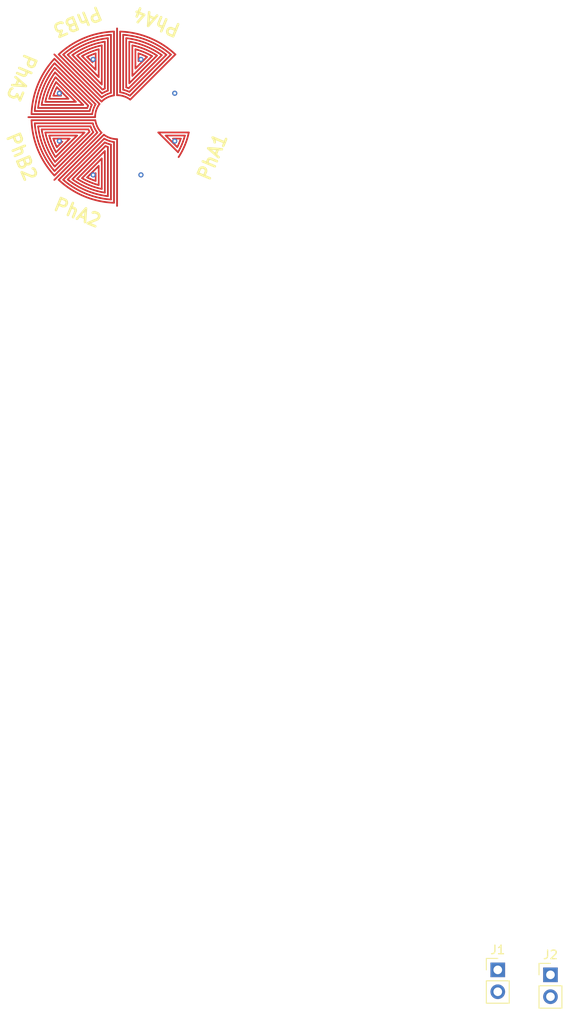
<source format=kicad_pcb>
(kicad_pcb (version 20211014) (generator pcbnew)
  (layers (0 "F.Cu" signal) (31 "B.Cu" signal) (34 "B.Paste" user) (35 "F.Paste" user) (36 "B.SilkS" user "B.Silkscreen") (37 "F.SilkS" user "F.Silkscreen") (38 "B.Mask" user) (39 "F.Mask" user) (44 "Edge.Cuts" user))
  (net 0 "")
  (net 1 "/2 PhA")
  (net 2 "/2 PhB")
  (footprint "Connector_PinHeader_2.54mm:PinHeader_1x02_P2.54mm_Vertical" (layer "F.Cu") (at 44.25 99.025)
    (fp_text reference "J1" (at 0 -2.33) (layer "F.SilkS"))
    (fp_text value "PhA")
    (fp_line (start -1.33 3.87) (end 1.33 3.87) (layer "F.SilkS") (width 0.12))
    (fp_line (start 1.33 1.27) (end 1.33 3.87) (layer "F.SilkS") (width 0.12))
    (fp_line (start -1.33 0) (end -1.33 -1.33) (layer "F.SilkS") (width 0.12))
    (fp_line (start -1.33 -1.33) (end 0 -1.33) (layer "F.SilkS") (width 0.12))
    (fp_line (start -1.33 1.27) (end -1.33 3.87) (layer "F.SilkS") (width 0.12))
    (fp_line (start -1.33 1.27) (end 1.33 1.27) (layer "F.SilkS") (width 0.12))
    (pad "1" thru_hole rect (at 0 0) (size 1.7 1.7) (drill 1) (layers *.Cu *.Mask) (net 1 "/2 PhA"))
    (pad "2" thru_hole oval (at 0 2.54) (size 1.7 1.7) (drill 1) (layers *.Cu *.Mask) (net 1 "/2 PhA"))
  )
  (footprint "Connector_PinHeader_2.54mm:PinHeader_1x02_P2.54mm_Vertical" (layer "F.Cu") (at 50.375 99.6)
    (fp_text reference "J2" (at 0 -2.33) (layer "F.SilkS"))
    (fp_text value "PhB")
    (fp_line (start -1.33 0) (end -1.33 -1.33) (layer "F.SilkS") (width 0.12))
    (fp_line (start -1.33 -1.33) (end 0 -1.33) (layer "F.SilkS") (width 0.12))
    (fp_line (start -1.33 3.87) (end 1.33 3.87) (layer "F.SilkS") (width 0.12))
    (fp_line (start -1.33 1.27) (end -1.33 3.87) (layer "F.SilkS") (width 0.12))
    (fp_line (start 1.33 1.27) (end 1.33 3.87) (layer "F.SilkS") (width 0.12))
    (fp_line (start -1.33 1.27) (end 1.33 1.27) (layer "F.SilkS") (width 0.12))
    (pad "1" thru_hole rect (at 0 0) (size 1.7 1.7) (drill 1) (layers *.Cu *.Mask) (net 2 "/2 PhB"))
    (pad "2" thru_hole oval (at 0 2.54) (size 1.7 1.7) (drill 1) (layers *.Cu *.Mask) (net 2 "/2 PhB"))
  )
  (gr_text "PhA1" (at 11.086554 4.592201 67.5) (layer "F.SilkS") (effects (font (size 1.5 1.5) (thickness 0.3))))
  (gr_text "PhB3" (at -4.592201 -11.086554 -157.5) (layer "F.SilkS") (effects (font (size 1.5 1.5) (thickness 0.3))))
  (gr_text "PhB2" (at -11.086554 4.592201 -67.5) (layer "F.SilkS") (effects (font (size 1.5 1.5) (thickness 0.3))))
  (gr_text "PhA3" (at -11.086554 -4.592201 -112.5) (layer "F.SilkS") (effects (font (size 1.5 1.5) (thickness 0.3))))
  (gr_text "PhA2" (at -4.592201 11.086554 -22.5) (layer "F.SilkS") (effects (font (size 1.5 1.5) (thickness 0.3))))
  (gr_text "PhA4" (at 4.592201 -11.086554 -202.5) (layer "F.SilkS") (effects (font (size 1.5 1.5) (thickness 0.3))))
  (segment (start -2.49555 -1.489762) (end -7.267928 -6.262139) (width 0.2032) (layer "F.Cu") (net 1))
  (segment (start -0.7112 9.567202) (end -0.7112 3.183526) (width 0.2032) (layer "F.Cu") (net 1))
  (segment (start -8.339367 -1.778) (end -4.795366 -1.778) (width 0.2032) (layer "F.Cu") (net 1))
  (segment (start 2.1336 -7.887728) (end 2.1336 -5.65386) (width 0.2032) (layer "F.Cu") (net 1))
  (segment (start 1.4224 -8.767771) (end 1.4224 -3.936872) (width 0.2032) (layer "F.Cu") (net 1))
  (segment (start 7.408609 2.4892) (end 6.512355 2.4892) (width 0.2032) (layer "F.Cu") (net 1))
  (segment (start -3.357789 -1.346211) (end -7.205539 -5.193962) (width 0.2032) (layer "F.Cu") (net 1))
  (segment (start 1.778 -8.339367) (end 1.778 -4.795366) (width 0.2032) (layer "F.Cu") (net 1))
  (segment (start -1.4224 3.936872) (end -4.639587 7.154058) (width 0.2032) (layer "F.Cu") (net 1))
  (segment (start 1.778 -4.795366) (end 4.068783 -7.086149) (width 0.2032) (layer "F.Cu") (net 1))
  (segment (start -9.567202 -0.7112) (end -3.183526 -0.7112) (width 0.2032) (layer "F.Cu") (net 1))
  (segment (start 5.65386 2.1336) (end 6.998808 3.478547) (width 0.2032) (layer "F.Cu") (net 1))
  (segment (start -6.512355 -2.4892) (end -6.704224 -2.776981) (width 0.2032) (layer "F.Cu") (net 1))
  (segment (start -1.778 4.795366) (end -4.068783 7.086149) (width 0.2032) (layer "F.Cu") (net 1))
  (segment (start 1.4224 -3.936872) (end 4.639587 -7.154058) (width 0.2032) (layer "F.Cu") (net 1))
  (segment (start -4.795366 -1.778) (end -7.086149 -4.068783) (width 0.2032) (layer "F.Cu") (net 1))
  (segment (start -5.65386 -2.1336) (end -6.998808 -3.478547) (width 0.2032) (layer "F.Cu") (net 1))
  (segment (start 1.346211 -3.357789) (end 5.193962 -7.205539) (width 0.2032) (layer "F.Cu") (net 1))
  (segment (start -2.934087 -1.425404) (end -7.242892 -5.734209) (width 0.2032) (layer "F.Cu") (net 1))
  (segment (start -1.489762 2.49555) (end -6.262139 7.267928) (width 0.2032) (layer "F.Cu") (net 1))
  (segment (start -2.1336 5.65386) (end -3.478547 6.998808) (width 0.2032) (layer "F.Cu") (net 1))
  (segment (start -1.778 8.339367) (end -1.778 4.795366) (width 0.2032) (layer "F.Cu") (net 1))
  (segment (start 4.795366 1.778) (end 7.086149 4.068783) (width 0.2032) (layer "F.Cu") (net 1))
  (segment (start 1.489762 -2.49555) (end 6.262139 -7.267928) (width 0.2032) (layer "F.Cu") (net 1))
  (segment (start 1.534628 -2.037522) (end 6.779205 -7.282099) (width 0.2032) (layer "F.Cu") (net 1))
  (segment (start -1.425404 2.934087) (end -5.734209 7.242892) (width 0.2032) (layer "F.Cu") (net 1))
  (segment (start -9.942843 -0.3556) (end -2.884564 -0.3556) (width 0.2032) (layer "F.Cu") (net 1))
  (segment (start -7.887728 -2.1336) (end -5.65386 -2.1336) (width 0.2032) (layer "F.Cu") (net 1))
  (segment (start 2.1336 -5.65386) (end 3.478547 -6.998808) (width 0.2032) (layer "F.Cu") (net 1))
  (segment (start -1.0668 9.176196) (end -1.0668 3.456728) (width 0.2032) (layer "F.Cu") (net 1))
  (segment (start 1.0668 -9.176196) (end 1.0668 -3.456728) (width 0.2032) (layer "F.Cu") (net 1))
  (segment (start -2.037522 -1.534628) (end -7.282099 -6.779205) (width 0.2032) (layer "F.Cu") (net 1))
  (segment (start 0 10.3048) (end 0 2.5508) (width 0.2032) (layer "F.Cu") (net 1))
  (segment (start -0.3556 9.942843) (end -0.3556 2.884564) (width 0.2032) (layer "F.Cu") (net 1))
  (segment (start 0.3556 -9.942843) (end 0.3556 -2.884564) (width 0.2032) (layer "F.Cu") (net 1))
  (segment (start -9.176196 -1.0668) (end -3.456728 -1.0668) (width 0.2032) (layer "F.Cu") (net 1))
  (segment (start -1.4224 8.767771) (end -1.4224 3.936872) (width 0.2032) (layer "F.Cu") (net 1))
  (segment (start -7.408609 -2.4892) (end -6.512355 -2.4892) (width 0.2032) (layer "F.Cu") (net 1))
  (segment (start 0.7112 -9.567202) (end 0.7112 -3.183526) (width 0.2032) (layer "F.Cu") (net 1))
  (segment (start 0 -10.3048) (end 0 -2.5508) (width 0.2032) (layer "F.Cu") (net 1))
  (segment (start 2.4892 -6.512355) (end 2.776981 -6.704224) (width 0.2032) (layer "F.Cu") (net 1))
  (segment (start -8.767771 -1.4224) (end -3.936872 -1.4224) (width 0.2032) (layer "F.Cu") (net 1))
  (segment (start -10.3048 0) (end -2.5508 0) (width 0.2032) (layer "F.Cu") (net 1))
  (segment (start 2.4892 -7.408609) (end 2.4892 -6.512355) (width 0.2032) (layer "F.Cu") (net 1))
  (segment (start -2.4892 7.408609) (end -2.4892 6.512355) (width 0.2032) (layer "F.Cu") (net 1))
  (segment (start -1.534628 2.037522) (end -6.779205 7.282099) (width 0.2032) (layer "F.Cu") (net 1))
  (segment (start 6.512355 2.4892) (end 6.704224 2.776981) (width 0.2032) (layer "F.Cu") (net 1))
  (segment (start -1.346211 3.357789) (end -5.193962 7.205539) (width 0.2032) (layer "F.Cu") (net 1))
  (segment (start 8.339367 1.778) (end 4.795366 1.778) (width 0.2032) (layer "F.Cu") (net 1))
  (segment (start -3.936872 -1.4224) (end -7.154058 -4.639587) (width 0.2032) (layer "F.Cu") (net 1))
  (segment (start -2.4892 6.512355) (end -2.776981 6.704224) (width 0.2032) (layer "F.Cu") (net 1))
  (segment (start -2.1336 7.887728) (end -2.1336 5.65386) (width 0.2032) (layer "F.Cu") (net 1))
  (segment (start 1.425404 -2.934087) (end 5.734209 -7.242892) (width 0.2032) (layer "F.Cu") (net 1))
  (segment (start 7.887728 2.1336) (end 5.65386 2.1336) (width 0.2032) (layer "F.Cu") (net 1))
  (via (at -2.776981 6.704224) (size 0.61) (drill 0.3) (layers "F.Cu" "B.Cu") (net 1))
  (via (at -6.704224 -2.776981) (size 0.61) (drill 0.3) (layers "F.Cu" "B.Cu") (net 1))
  (via (at 2.776981 -6.704224) (size 0.61) (drill 0.3) (layers "F.Cu" "B.Cu") (net 1))
  (via (at 6.704224 2.776981) (size 0.61) (drill 0.3) (layers "F.Cu" "B.Cu") (net 1))
  (arc (start 6.262139 -7.267928) (mid 3.671312 -8.863331) (end 0.7112 -9.567202) (width 0.2032) (layer "F.Cu") (net 1))
  (arc (start -5.734209 7.242892) (mid -3.53523 8.534799) (end -1.0668 9.176196) (width 0.2032) (layer "F.Cu") (net 1))
  (arc (start 3.478547 -6.998808) (mid 2.990901 -7.220673) (end 2.4892 -7.408609) (width 0.2032) (layer "F.Cu") (net 1))
  (arc (start -7.242892 -5.734209) (mid -8.534799 -3.53523) (end -9.176196 -1.0668) (width 0.2032) (layer "F.Cu") (net 1))
  (arc (start 1.0668 -3.456728) (mid 1.207519 -3.410121) (end 1.346211 -3.357789) (width 0.2032) (layer "F.Cu") (net 1))
  (arc (start 7.086149 4.068783) (mid 7.549204 3.126983) (end 7.887728 2.1336) (width 0.2032) (layer "F.Cu") (net 1))
  (arc (start -6.779205 7.282099) (mid -3.807394 9.191862) (end -0.3556 9.942843) (width 0.2032) (layer "F.Cu") (net 1))
  (arc (start -7.154058 -4.639587) (mid -7.877736 -3.263065) (end -8.339367 -1.778) (width 0.2032) (layer "F.Cu") (net 1))
  (arc (start 6.998808 3.478547) (mid 7.220673 2.990901) (end 7.408609 2.4892) (width 0.2032) (layer "F.Cu") (net 1))
  (arc (start -7.086149 -4.068783) (mid -7.549204 -3.126983) (end -7.887728 -2.1336) (width 0.2032) (layer "F.Cu") (net 1))
  (arc (start -0.3556 2.884564) (mid -0.94296 2.74918) (end -1.489762 2.49555) (width 0.2032) (layer "F.Cu") (net 1))
  (arc (start -6.998808 -3.478547) (mid -7.220673 -2.990901) (end -7.408609 -2.4892) (width 0.2032) (layer "F.Cu") (net 1))
  (arc (start 0.3556 -2.884564) (mid 0.94296 -2.74918) (end 1.489762 -2.49555) (width 0.2032) (layer "F.Cu") (net 1))
  (arc (start -3.456728 -1.0668) (mid -3.410121 -1.207519) (end -3.357789 -1.346211) (width 0.2032) (layer "F.Cu") (net 1))
  (arc (start 6.779205 -7.282099) (mid 3.807394 -9.191862) (end 0.3556 -9.942843) (width 0.2032) (layer "F.Cu") (net 1))
  (arc (start 7.154058 4.639587) (mid 7.877736 3.263065) (end 8.339367 1.778) (width 0.2032) (layer "F.Cu") (net 1))
  (arc (start 4.639587 -7.154058) (mid 3.263065 -7.877736) (end 1.778 -8.339367) (width 0.2032) (layer "F.Cu") (net 1))
  (arc (start -2.5508 0) (mid -2.41908 -0.809095) (end -2.037522 -1.534628) (width 0.2032) (layer "F.Cu") (net 1))
  (arc (start 5.193962 -7.205539) (mid 3.399147 -8.206268) (end 1.4224 -8.767771) (width 0.2032) (layer "F.Cu") (net 1))
  (arc (start -2.884564 -0.3556) (mid -2.74918 -0.94296) (end -2.49555 -1.489762) (width 0.2032) (layer "F.Cu") (net 1))
  (arc (start 0 2.5508) (mid -0.809095 2.41908) (end -1.534628 2.037522) (width 0.2032) (layer "F.Cu") (net 1))
  (arc (start 4.068783 -7.086149) (mid 3.126983 -7.549204) (end 2.1336 -7.887728) (width 0.2032) (layer "F.Cu") (net 1))
  (arc (start 0.7112 -3.183526) (mid 1.075558 -3.079581) (end 1.425404 -2.934087) (width 0.2032) (layer "F.Cu") (net 1))
  (arc (start -0.7112 3.183526) (mid -1.075558 3.079581) (end -1.425404 2.934087) (width 0.2032) (layer "F.Cu") (net 1))
  (arc (start -4.639587 7.154058) (mid -3.263065 7.877736) (end -1.778 8.339367) (width 0.2032) (layer "F.Cu") (net 1))
  (arc (start -7.267928 -6.262139) (mid -8.863331 -3.671312) (end -9.567202 -0.7112) (width 0.2032) (layer "F.Cu") (net 1))
  (arc (start -1.0668 3.456728) (mid -1.207519 3.410121) (end -1.346211 3.357789) (width 0.2032) (layer "F.Cu") (net 1))
  (arc (start -7.282099 -6.779205) (mid -9.191862 -3.807394) (end -9.942843 -0.3556) (width 0.2032) (layer "F.Cu") (net 1))
  (arc (start 5.734209 -7.242892) (mid 3.53523 -8.534799) (end 1.0668 -9.176196) (width 0.2032) (layer "F.Cu") (net 1))
  (arc (start -3.478547 6.998808) (mid -2.990901 7.220673) (end -2.4892 7.408609) (width 0.2032) (layer "F.Cu") (net 1))
  (arc (start -3.183526 -0.7112) (mid -3.079581 -1.075558) (end -2.934087 -1.425404) (width 0.2032) (layer "F.Cu") (net 1))
  (arc (start -4.068783 7.086149) (mid -3.126983 7.549204) (end -2.1336 7.887728) (width 0.2032) (layer "F.Cu") (net 1))
  (arc (start -5.193962 7.205539) (mid -3.399147 8.206268) (end -1.4224 8.767771) (width 0.2032) (layer "F.Cu") (net 1))
  (arc (start -6.262139 7.267928) (mid -3.671312 8.863331) (end -0.7112 9.567202) (width 0.2032) (layer "F.Cu") (net 1))
  (arc (start 0 -2.5508) (mid 0.809095 -2.41908) (end 1.534628 -2.037522) (width 0.2032) (layer "F.Cu") (net 1))
  (arc (start -7.205539 -5.193962) (mid -8.206268 -3.399147) (end -8.767771 -1.4224) (width 0.2032) (layer "F.Cu") (net 1))
  (segment (start -2.818041 0.7112) (end -9.567202 0.7112) (width 0.2032) (layer "F.Cu") (net 2))
  (segment (start -7.205539 5.193962) (end -3.789577 1.778) (width 0.2032) (layer "F.Cu") (net 2))
  (segment (start -0.3556 -2.525892) (end -0.3556 -9.942843) (width 0.2032) (layer "F.Cu") (net 2))
  (segment (start -7.154058 4.639587) (end -4.648072 2.1336) (width 0.2032) (layer "F.Cu") (net 2))
  (segment (start -6.779205 -7.282099) (end -1.788248 -2.291142) (width 0.2032) (layer "F.Cu") (net 2))
  (segment (start -7.086149 4.068783) (end -5.506566 2.4892) (width 0.2032) (layer "F.Cu") (net 2))
  (segment (start -5.506566 2.4892) (end -7.408609 2.4892) (width 0.2032) (layer "F.Cu") (net 2))
  (segment (start -7.267928 6.262139) (end -2.753987 1.748199) (width 0.2032) (layer "F.Cu") (net 2))
  (segment (start -3.789577 1.778) (end -8.339367 1.778) (width 0.2032) (layer "F.Cu") (net 2))
  (segment (start -0.7112 -2.818041) (end -0.7112 -9.567202) (width 0.2032) (layer "F.Cu") (net 2))
  (segment (start -4.068783 -7.086149) (end -2.4892 -5.506566) (width 0.2032) (layer "F.Cu") (net 2))
  (segment (start -7.242892 5.734209) (end -3.198617 1.689934) (width 0.2032) (layer "F.Cu") (net 2))
  (segment (start -7.282099 6.779205) (end -2.291142 1.788248) (width 0.2032) (layer "F.Cu") (net 2))
  (segment (start -1.4224 -3.32623) (end -1.4224 -8.767771) (width 0.2032) (layer "F.Cu") (net 2))
  (segment (start -1.0668 -3.082626) (end -1.0668 -9.176196) (width 0.2032) (layer "F.Cu") (net 2))
  (segment (start -4.648072 2.1336) (end -7.887728 2.1336) (width 0.2032) (layer "F.Cu") (net 2))
  (segment (start -7.286594 7.286594) (end -1.803688 1.803688) (width 0.2032) (layer "F.Cu") (net 2))
  (segment (start -4.639587 -7.154058) (end -2.1336 -4.648072) (width 0.2032) (layer "F.Cu") (net 2))
  (segment (start -5.193962 -7.205539) (end -1.778 -3.789577) (width 0.2032) (layer "F.Cu") (net 2))
  (segment (start -2.525892 0.3556) (end -9.942843 0.3556) (width 0.2032) (layer "F.Cu") (net 2))
  (segment (start -6.998808 3.478547) (end -6.36506 2.8448) (width 0.2032) (layer "F.Cu") (net 2))
  (segment (start -7.286594 -7.286594) (end -1.803688 -1.803688) (width 0.2032) (layer "F.Cu") (net 2))
  (segment (start -6.36506 2.8448) (end -6.704224 2.776981) (width 0.2032) (layer "F.Cu") (net 2))
  (segment (start -1.778 -3.789577) (end -1.778 -8.339367) (width 0.2032) (layer "F.Cu") (net 2))
  (segment (start -2.8448 -6.36506) (end -2.776981 -6.704224) (width 0.2032) (layer "F.Cu") (net 2))
  (segment (start -2.4892 -5.506566) (end -2.4892 -7.408609) (width 0.2032) (layer "F.Cu") (net 2))
  (segment (start -3.478547 -6.998808) (end -2.8448 -6.36506) (width 0.2032) (layer "F.Cu") (net 2))
  (segment (start -5.734209 -7.242892) (end -1.689934 -3.198617) (width 0.2032) (layer "F.Cu") (net 2))
  (segment (start -3.082626 1.0668) (end -9.176196 1.0668) (width 0.2032) (layer "F.Cu") (net 2))
  (segment (start -6.262139 -7.267928) (end -1.748199 -2.753987) (width 0.2032) (layer "F.Cu") (net 2))
  (segment (start -3.32623 1.4224) (end -8.767771 1.4224) (width 0.2032) (layer "F.Cu") (net 2))
  (segment (start -2.1336 -4.648072) (end -2.1336 -7.887728) (width 0.2032) (layer "F.Cu") (net 2))
  (via (at -2.776981 -6.704224) (size 0.61) (drill 0.3) (layers "F.Cu" "B.Cu") (net 2))
  (via (at 6.704224 -2.776981) (size 0.61) (drill 0.3) (layers "F.Cu" "B.Cu") (net 2))
  (via (at -6.704224 2.776981) (size 0.61) (drill 0.3) (layers "F.Cu" "B.Cu") (net 2))
  (via (at 2.776981 6.704224) (size 0.61) (drill 0.3) (layers "F.Cu" "B.Cu") (net 2))
  (arc (start -2.753987 1.748199) (mid -2.938127 1.417059) (end -3.082626 1.0668) (width 0.2032) (layer "F.Cu") (net 2))
  (arc (start -1.689934 -3.198617) (mid -1.557475 -3.265165) (end -1.4224 -3.32623) (width 0.2032) (layer "F.Cu") (net 2))
  (arc (start -2.4892 -7.408609) (mid -2.990901 -7.220673) (end -3.478547 -6.998808) (width 0.2032) (layer "F.Cu") (net 2))
  (arc (start -0.7112 -9.567202) (mid -3.671312 -8.863331) (end -6.262139 -7.267928) (width 0.2032) (layer "F.Cu") (net 2))
  (arc (start -1.0668 -9.176196) (mid -3.53523 -8.534799) (end -5.734209 -7.242892) (width 0.2032) (layer "F.Cu") (net 2))
  (arc (start -2.291142 1.788248) (mid -2.610737 1.27719) (end -2.818041 0.7112) (width 0.2032) (layer "F.Cu") (net 2))
  (arc (start -1.4224 -8.767771) (mid -3.399147 -8.206268) (end -5.193962 -7.205539) (width 0.2032) (layer "F.Cu") (net 2))
  (arc (start -0.3556 -9.942843) (mid -3.807394 -9.191862) (end -6.779205 -7.282099) (width 0.2032) (layer "F.Cu") (net 2))
  (arc (start -8.767771 1.4224) (mid -8.206268 3.399147) (end -7.205539 5.193962) (width 0.2032) (layer "F.Cu") (net 2))
  (arc (start -3.198617 1.689934) (mid -3.265165 1.557475) (end -3.32623 1.4224) (width 0.2032) (layer "F.Cu") (net 2))
  (arc (start -1.803688 -1.803688) (mid -1.138431 -2.282664) (end -0.3556 -2.525892) (width 0.2032) (layer "F.Cu") (net 2))
  (arc (start -9.942843 0.3556) (mid -9.191862 3.807394) (end -7.282099 6.779205) (width 0.2032) (layer "F.Cu") (net 2))
  (arc (start -8.339367 1.778) (mid -7.877736 3.263065) (end -7.154058 4.639587) (width 0.2032) (layer "F.Cu") (net 2))
  (arc (start -7.408609 2.4892) (mid -7.220673 2.990901) (end -6.998808 3.478547) (width 0.2032) (layer "F.Cu") (net 2))
  (arc (start -1.778 -8.339367) (mid -3.263065 -7.877736) (end -4.639587 -7.154058) (width 0.2032) (layer "F.Cu") (net 2))
  (arc (start -9.176196 1.0668) (mid -8.534799 3.53523) (end -7.242892 5.734209) (width 0.2032) (layer "F.Cu") (net 2))
  (arc (start -1.748199 -2.753987) (mid -1.417059 -2.938127) (end -1.0668 -3.082626) (width 0.2032) (layer "F.Cu") (net 2))
  (arc (start -1.788248 -2.291142) (mid -1.27719 -2.610737) (end -0.7112 -2.818041) (width 0.2032) (layer "F.Cu") (net 2))
  (arc (start -1.803688 1.803688) (mid -2.282664 1.138431) (end -2.525892 0.3556) (width 0.2032) (layer "F.Cu") (net 2))
  (arc (start -7.887728 2.1336) (mid -7.549204 3.126983) (end -7.086149 4.068783) (width 0.2032) (layer "F.Cu") (net 2))
  (arc (start -2.1336 -7.887728) (mid -3.126983 -7.549204) (end -4.068783 -7.086149) (width 0.2032) (layer "F.Cu") (net 2))
  (arc (start -9.567202 0.7112) (mid -8.863331 3.671312) (end -7.267928 6.262139) (width 0.2032) (layer "F.Cu") (net 2))
)
</source>
